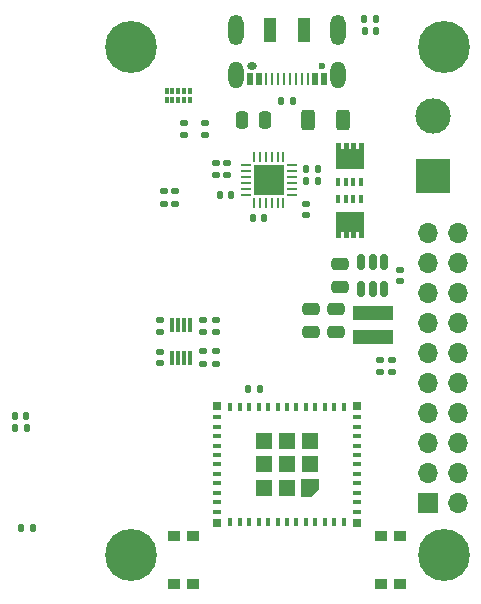
<source format=gbr>
%TF.GenerationSoftware,KiCad,Pcbnew,8.0.6*%
%TF.CreationDate,2024-11-24T23:38:19+01:00*%
%TF.ProjectId,ecad,65636164-2e6b-4696-9361-645f70636258,rev?*%
%TF.SameCoordinates,Original*%
%TF.FileFunction,Soldermask,Top*%
%TF.FilePolarity,Negative*%
%FSLAX46Y46*%
G04 Gerber Fmt 4.6, Leading zero omitted, Abs format (unit mm)*
G04 Created by KiCad (PCBNEW 8.0.6) date 2024-11-24 23:38:19*
%MOMM*%
%LPD*%
G01*
G04 APERTURE LIST*
G04 Aperture macros list*
%AMRoundRect*
0 Rectangle with rounded corners*
0 $1 Rounding radius*
0 $2 $3 $4 $5 $6 $7 $8 $9 X,Y pos of 4 corners*
0 Add a 4 corners polygon primitive as box body*
4,1,4,$2,$3,$4,$5,$6,$7,$8,$9,$2,$3,0*
0 Add four circle primitives for the rounded corners*
1,1,$1+$1,$2,$3*
1,1,$1+$1,$4,$5*
1,1,$1+$1,$6,$7*
1,1,$1+$1,$8,$9*
0 Add four rect primitives between the rounded corners*
20,1,$1+$1,$2,$3,$4,$5,0*
20,1,$1+$1,$4,$5,$6,$7,0*
20,1,$1+$1,$6,$7,$8,$9,0*
20,1,$1+$1,$8,$9,$2,$3,0*%
%AMFreePoly0*
4,1,17,1.395000,0.765000,0.855000,0.765000,0.855000,0.535000,1.395000,0.535000,1.395000,0.115000,0.855000,0.115000,0.855000,-0.115000,1.395000,-0.115000,1.395000,-0.535000,0.855000,-0.535000,0.855000,-0.765000,1.395000,-0.765000,1.395000,-1.185000,-0.855000,-1.185000,-0.855000,1.185000,1.395000,1.185000,1.395000,0.765000,1.395000,0.765000,$1*%
%AMFreePoly1*
4,1,6,0.725000,-0.725000,-0.725000,-0.725000,-0.725000,0.125000,-0.125000,0.725000,0.725000,0.725000,0.725000,-0.725000,0.725000,-0.725000,$1*%
G04 Aperture macros list end*
%ADD10RoundRect,0.062500X-0.062500X0.375000X-0.062500X-0.375000X0.062500X-0.375000X0.062500X0.375000X0*%
%ADD11RoundRect,0.062500X-0.375000X0.062500X-0.375000X-0.062500X0.375000X-0.062500X0.375000X0.062500X0*%
%ADD12R,2.600000X2.600000*%
%ADD13RoundRect,0.135000X-0.135000X-0.185000X0.135000X-0.185000X0.135000X0.185000X-0.135000X0.185000X0*%
%ADD14R,3.000000X3.000000*%
%ADD15C,3.000000*%
%ADD16RoundRect,0.147500X0.147500X0.172500X-0.147500X0.172500X-0.147500X-0.172500X0.147500X-0.172500X0*%
%ADD17RoundRect,0.250000X0.250000X0.475000X-0.250000X0.475000X-0.250000X-0.475000X0.250000X-0.475000X0*%
%ADD18RoundRect,0.135000X0.185000X-0.135000X0.185000X0.135000X-0.185000X0.135000X-0.185000X-0.135000X0*%
%ADD19RoundRect,0.250000X0.475000X-0.250000X0.475000X0.250000X-0.475000X0.250000X-0.475000X-0.250000X0*%
%ADD20RoundRect,0.135000X-0.185000X0.135000X-0.185000X-0.135000X0.185000X-0.135000X0.185000X0.135000X0*%
%ADD21RoundRect,0.135000X0.135000X0.185000X-0.135000X0.185000X-0.135000X-0.185000X0.135000X-0.185000X0*%
%ADD22C,2.600000*%
%ADD23C,4.400000*%
%ADD24RoundRect,0.250000X-0.475000X0.250000X-0.475000X-0.250000X0.475000X-0.250000X0.475000X0.250000X0*%
%ADD25RoundRect,0.140000X0.140000X0.170000X-0.140000X0.170000X-0.140000X-0.170000X0.140000X-0.170000X0*%
%ADD26RoundRect,0.105000X0.105000X-0.245000X0.105000X0.245000X-0.105000X0.245000X-0.105000X-0.245000X0*%
%ADD27FreePoly0,90.000000*%
%ADD28RoundRect,0.147500X-0.172500X0.147500X-0.172500X-0.147500X0.172500X-0.147500X0.172500X0.147500X0*%
%ADD29RoundRect,0.075000X-0.075000X-0.200000X0.075000X-0.200000X0.075000X0.200000X-0.075000X0.200000X0*%
%ADD30RoundRect,0.140000X-0.170000X0.140000X-0.170000X-0.140000X0.170000X-0.140000X0.170000X0.140000X0*%
%ADD31RoundRect,0.140000X0.170000X-0.140000X0.170000X0.140000X-0.170000X0.140000X-0.170000X-0.140000X0*%
%ADD32RoundRect,0.105000X-0.105000X0.245000X-0.105000X-0.245000X0.105000X-0.245000X0.105000X0.245000X0*%
%ADD33FreePoly0,270.000000*%
%ADD34R,0.800000X0.400000*%
%ADD35R,0.400000X0.800000*%
%ADD36FreePoly1,180.000000*%
%ADD37R,1.450000X1.450000*%
%ADD38R,0.700000X0.700000*%
%ADD39RoundRect,0.150000X-0.150000X0.512500X-0.150000X-0.512500X0.150000X-0.512500X0.150000X0.512500X0*%
%ADD40RoundRect,0.140000X-0.140000X-0.170000X0.140000X-0.170000X0.140000X0.170000X-0.140000X0.170000X0*%
%ADD41RoundRect,0.250000X-0.312500X-0.625000X0.312500X-0.625000X0.312500X0.625000X-0.312500X0.625000X0*%
%ADD42R,3.400000X1.300000*%
%ADD43RoundRect,0.087500X0.087500X-0.537500X0.087500X0.537500X-0.087500X0.537500X-0.087500X-0.537500X0*%
%ADD44R,1.000000X0.900000*%
%ADD45C,0.600000*%
%ADD46R,1.000000X2.000000*%
%ADD47O,0.850000X0.600000*%
%ADD48R,0.520000X1.000000*%
%ADD49R,0.270000X1.000000*%
%ADD50O,1.300000X2.300000*%
%ADD51O,1.300000X2.600000*%
%ADD52R,1.700000X1.700000*%
%ADD53O,1.700000X1.700000*%
G04 APERTURE END LIST*
D10*
%TO.C,U2*%
X104250000Y-159437500D03*
X103750000Y-159437500D03*
X103250000Y-159437500D03*
X102750000Y-159437500D03*
X102250000Y-159437500D03*
X101750000Y-159437500D03*
D11*
X101062500Y-160125000D03*
X101062500Y-160625000D03*
X101062500Y-161125000D03*
X101062500Y-161625000D03*
X101062500Y-162125000D03*
X101062500Y-162625000D03*
D10*
X101750000Y-163312500D03*
X102250000Y-163312500D03*
X102750000Y-163312500D03*
X103250000Y-163312500D03*
X103750000Y-163312500D03*
X104250000Y-163312500D03*
D11*
X104937500Y-162625000D03*
X104937500Y-162125000D03*
X104937500Y-161625000D03*
X104937500Y-161125000D03*
X104937500Y-160625000D03*
X104937500Y-160125000D03*
D12*
X103000000Y-161375000D03*
%TD*%
D13*
%TO.C,R18*%
X101230000Y-179075000D03*
X102250000Y-179075000D03*
%TD*%
D14*
%TO.C,J3*%
X116900000Y-161015000D03*
D15*
X116900000Y-155935000D03*
%TD*%
D16*
%TO.C,D1*%
X112085000Y-148775000D03*
X111115000Y-148775000D03*
%TD*%
D17*
%TO.C,C1*%
X102650000Y-156275000D03*
X100750000Y-156275000D03*
%TD*%
D18*
%TO.C,R8*%
X99502500Y-160985000D03*
X99502500Y-159965000D03*
%TD*%
D19*
%TO.C,C9*%
X108700000Y-174225000D03*
X108700000Y-172325000D03*
%TD*%
D20*
%TO.C,R11*%
X98525000Y-173215000D03*
X98525000Y-174235000D03*
%TD*%
%TO.C,R4*%
X95800000Y-156565000D03*
X95800000Y-157585000D03*
%TD*%
D21*
%TO.C,NTC1*%
X105060000Y-154675000D03*
X104040000Y-154675000D03*
%TD*%
D22*
%TO.C,H2*%
X91300000Y-193175000D03*
D23*
X91300000Y-193175000D03*
%TD*%
D24*
%TO.C,C4*%
X109000000Y-168525000D03*
X109000000Y-170425000D03*
%TD*%
D21*
%TO.C,R9*%
X107209999Y-161475000D03*
X106190001Y-161475000D03*
%TD*%
D20*
%TO.C,R15*%
X112450000Y-176615000D03*
X112450000Y-177635000D03*
%TD*%
D25*
%TO.C,C2*%
X99830000Y-162625000D03*
X98870000Y-162625000D03*
%TD*%
D26*
%TO.C,Q2*%
X108875000Y-161605000D03*
X109525000Y-161605000D03*
X110175000Y-161605000D03*
X110825000Y-161605000D03*
D27*
X109850000Y-159650000D03*
%TD*%
D20*
%TO.C,R1*%
X95100000Y-162365000D03*
X95100000Y-163385000D03*
%TD*%
D28*
%TO.C,D2*%
X98502500Y-159990000D03*
X98502500Y-160960000D03*
%TD*%
D29*
%TO.C,U1*%
X94350000Y-154660000D03*
X94850000Y-154660000D03*
X95350000Y-154660000D03*
X95850000Y-154660000D03*
X96350000Y-154660000D03*
X96350000Y-153890000D03*
X95850000Y-153890000D03*
X95350000Y-153890000D03*
X94850000Y-153890000D03*
X94350000Y-153890000D03*
%TD*%
D30*
%TO.C,C5*%
X106200000Y-163395000D03*
X106200000Y-164355000D03*
%TD*%
D13*
%TO.C,R17*%
X81990000Y-190875000D03*
X83010000Y-190875000D03*
%TD*%
%TO.C,R3*%
X111090000Y-147775000D03*
X112110000Y-147775000D03*
%TD*%
D22*
%TO.C,H4*%
X91300000Y-150175000D03*
D23*
X91300000Y-150175000D03*
%TD*%
D20*
%TO.C,R2*%
X94110000Y-162365000D03*
X94110000Y-163385000D03*
%TD*%
D31*
%TO.C,C8*%
X114100000Y-169955000D03*
X114100000Y-168995000D03*
%TD*%
D25*
%TO.C,C3*%
X102630000Y-164575000D03*
X101670000Y-164575000D03*
%TD*%
D28*
%TO.C,D3*%
X113450000Y-176640000D03*
X113450000Y-177610000D03*
%TD*%
D22*
%TO.C,H3*%
X117800000Y-150175000D03*
D23*
X117800000Y-150175000D03*
%TD*%
D18*
%TO.C,R13*%
X98525000Y-176935000D03*
X98525000Y-175915000D03*
%TD*%
D22*
%TO.C,H1*%
X117800000Y-193175000D03*
D23*
X117800000Y-193175000D03*
%TD*%
D32*
%TO.C,Q1*%
X110825000Y-162995000D03*
X110175000Y-162995000D03*
X109525000Y-162995000D03*
X108875000Y-162995000D03*
D33*
X109850000Y-164950000D03*
%TD*%
D34*
%TO.C,U6*%
X110450000Y-189475000D03*
X110450000Y-188675000D03*
X110450000Y-187875000D03*
X110450000Y-187075000D03*
X110450000Y-186275000D03*
X110450000Y-185475000D03*
X110450000Y-184675000D03*
X110450000Y-183875000D03*
X110450000Y-183075000D03*
X110450000Y-182275000D03*
X110450000Y-181475000D03*
D35*
X109350000Y-180575000D03*
X108550000Y-180575000D03*
X107750000Y-180575000D03*
X106950000Y-180575000D03*
X106150000Y-180575000D03*
X105350000Y-180575000D03*
X104550000Y-180575000D03*
X103750000Y-180575000D03*
X102950000Y-180575000D03*
X102150000Y-180575000D03*
X101350000Y-180575000D03*
X100550000Y-180575000D03*
X99750000Y-180575000D03*
D34*
X98650000Y-181475000D03*
X98650000Y-182275000D03*
X98650000Y-183075000D03*
X98650000Y-183875000D03*
X98650000Y-184675000D03*
X98650000Y-185475000D03*
X98650000Y-186275000D03*
X98650000Y-187075000D03*
X98650000Y-187875000D03*
X98650000Y-188675000D03*
X98650000Y-189475000D03*
D35*
X99750000Y-190375000D03*
X100550000Y-190375000D03*
X101350000Y-190375000D03*
X102150000Y-190375000D03*
X102950000Y-190375000D03*
X103750000Y-190375000D03*
X104550000Y-190375000D03*
X105350000Y-190375000D03*
X106150000Y-190375000D03*
X106950000Y-190375000D03*
X107750000Y-190375000D03*
X108550000Y-190375000D03*
X109350000Y-190375000D03*
D36*
X106525000Y-187450000D03*
D37*
X106525000Y-185475000D03*
X106525000Y-183500000D03*
X104550000Y-187450000D03*
X104550000Y-185475000D03*
X104550000Y-183500000D03*
X102575000Y-187450000D03*
X102575000Y-185475000D03*
X102575000Y-183500000D03*
D38*
X98600000Y-190425000D03*
X98600000Y-180525000D03*
X110500000Y-180525000D03*
X110500000Y-190425000D03*
%TD*%
D30*
%TO.C,C6*%
X93775000Y-175945000D03*
X93775000Y-176905000D03*
%TD*%
D39*
%TO.C,U3*%
X112750000Y-168337500D03*
X111800000Y-168337500D03*
X110850000Y-168337500D03*
X110850000Y-170612500D03*
X111800000Y-170612500D03*
X112750000Y-170612500D03*
%TD*%
D40*
%TO.C,C10*%
X81520000Y-181375000D03*
X82480000Y-181375000D03*
%TD*%
D41*
%TO.C,R6*%
X106337500Y-156275000D03*
X109262500Y-156275000D03*
%TD*%
D20*
%TO.C,R5*%
X97600000Y-156565000D03*
X97600000Y-157585000D03*
%TD*%
D42*
%TO.C,L1*%
X111800000Y-172625000D03*
X111800000Y-174725000D03*
%TD*%
D21*
%TO.C,R7*%
X107209999Y-160475000D03*
X106190001Y-160475000D03*
%TD*%
D43*
%TO.C,U4*%
X94850000Y-176475000D03*
X95350000Y-176475000D03*
X95850000Y-176475000D03*
X96350000Y-176475000D03*
X96350000Y-173675000D03*
X95850000Y-173675000D03*
X95350000Y-173675000D03*
X94850000Y-173675000D03*
%TD*%
D18*
%TO.C,R14*%
X97475000Y-176935000D03*
X97475000Y-175915000D03*
%TD*%
D13*
%TO.C,R16*%
X81490000Y-182375000D03*
X82510000Y-182375000D03*
%TD*%
D20*
%TO.C,R10*%
X97475000Y-173215000D03*
X97475000Y-174235000D03*
%TD*%
D44*
%TO.C,SW2*%
X94950000Y-195625000D03*
X94950000Y-191525000D03*
X96550000Y-195625000D03*
X96550000Y-191525000D03*
%TD*%
D45*
%TO.C,J1*%
X107550000Y-151760000D03*
D46*
X105950000Y-148660000D03*
X103150000Y-148660000D03*
D47*
X101550000Y-151760000D03*
D48*
X107650000Y-152860000D03*
X106900000Y-152860000D03*
D49*
X106300000Y-152860000D03*
X104800000Y-152860000D03*
X103800000Y-152860000D03*
X102800000Y-152860000D03*
D48*
X102200000Y-152860000D03*
X101450000Y-152860000D03*
X101450000Y-152860000D03*
X102200000Y-152860000D03*
D49*
X103300000Y-152860000D03*
X104300000Y-152860000D03*
X105300000Y-152860000D03*
X105800000Y-152860000D03*
D48*
X106900000Y-152860000D03*
X107650000Y-152860000D03*
D50*
X108870000Y-152485000D03*
D51*
X108870000Y-148660000D03*
D50*
X100230000Y-152485000D03*
D51*
X100230000Y-148660000D03*
%TD*%
D44*
%TO.C,SW1*%
X112550000Y-195625000D03*
X112550000Y-191525000D03*
X114150000Y-195625000D03*
X114150000Y-191525000D03*
%TD*%
D52*
%TO.C,J4*%
X116510000Y-188725000D03*
D53*
X119050000Y-188725000D03*
X116510000Y-186185000D03*
X119050000Y-186185000D03*
X116510000Y-183645000D03*
X119050000Y-183645000D03*
X116510000Y-181105000D03*
X119050000Y-181105000D03*
X116510000Y-178565000D03*
X119050000Y-178565000D03*
X116510000Y-176025000D03*
X119050000Y-176025000D03*
X116510000Y-173485000D03*
X119050000Y-173485000D03*
X116510000Y-170945000D03*
X119050000Y-170945000D03*
X116510000Y-168405000D03*
X119050000Y-168405000D03*
X116510000Y-165865000D03*
X119050000Y-165865000D03*
%TD*%
D19*
%TO.C,C7*%
X106600000Y-174225000D03*
X106600000Y-172325000D03*
%TD*%
D20*
%TO.C,R12*%
X93775000Y-173215000D03*
X93775000Y-174235000D03*
%TD*%
M02*

</source>
